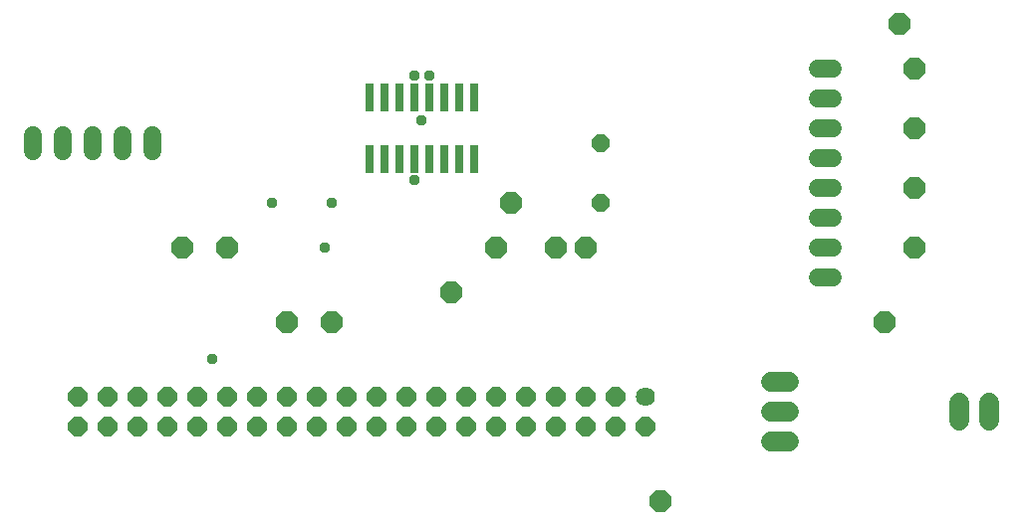
<source format=gbr>
G04 EAGLE Gerber RS-274X export*
G75*
%MOMM*%
%FSLAX34Y34*%
%LPD*%
%INSoldermask Top*%
%IPPOS*%
%AMOC8*
5,1,8,0,0,1.08239X$1,22.5*%
G01*
%ADD10C,1.727200*%
%ADD11P,1.951982X8X22.500000*%
%ADD12P,1.649562X8X112.500000*%
%ADD13C,1.524000*%
%ADD14C,1.625600*%
%ADD15P,1.759533X8X202.500000*%
%ADD16R,0.803200X2.403200*%
%ADD17C,0.959600*%


D10*
X863600Y106680D02*
X863600Y121920D01*
X889000Y121920D02*
X889000Y106680D01*
D11*
X825500Y254000D03*
X330200Y190500D03*
X469900Y254000D03*
X520700Y254000D03*
X546100Y254000D03*
X609600Y38100D03*
X431800Y215900D03*
X482600Y292100D03*
X825500Y304800D03*
X825500Y355600D03*
X203200Y254000D03*
X800100Y190500D03*
X825500Y406400D03*
X812800Y444500D03*
X241300Y254000D03*
X292100Y190500D03*
D12*
X558800Y292100D03*
X558800Y342900D03*
D10*
X703580Y88900D02*
X718820Y88900D01*
X718820Y114300D02*
X703580Y114300D01*
X703580Y139700D02*
X718820Y139700D01*
D13*
X742696Y228600D02*
X755904Y228600D01*
X755904Y254000D02*
X742696Y254000D01*
X742696Y279400D02*
X755904Y279400D01*
X755904Y304800D02*
X742696Y304800D01*
X742696Y330200D02*
X755904Y330200D01*
X755904Y355600D02*
X742696Y355600D01*
X742696Y381000D02*
X755904Y381000D01*
X755904Y406400D02*
X742696Y406400D01*
D14*
X596900Y127000D03*
D15*
X596900Y101600D03*
X571500Y127000D03*
X571500Y101600D03*
X546100Y127000D03*
X546100Y101600D03*
X520700Y127000D03*
X520700Y101600D03*
X495300Y127000D03*
X495300Y101600D03*
X469900Y127000D03*
X469900Y101600D03*
X444500Y127000D03*
X444500Y101600D03*
X419100Y127000D03*
X419100Y101600D03*
X393700Y127000D03*
X393700Y101600D03*
X368300Y127000D03*
X368300Y101600D03*
X342900Y127000D03*
X342900Y101600D03*
X317500Y127000D03*
X317500Y101600D03*
X292100Y127000D03*
X292100Y101600D03*
X266700Y127000D03*
X266700Y101600D03*
X241300Y127000D03*
X241300Y101600D03*
X215900Y127000D03*
X215900Y101600D03*
X190500Y127000D03*
X190500Y101600D03*
X165100Y127000D03*
X165100Y101600D03*
X139700Y127000D03*
X139700Y101600D03*
X114300Y127000D03*
X114300Y101600D03*
D16*
X374650Y329600D03*
X400050Y381600D03*
X361950Y329600D03*
X387350Y329600D03*
X400050Y329600D03*
X387350Y381600D03*
X412750Y381600D03*
X425450Y381600D03*
X425450Y329600D03*
X450850Y381600D03*
X412750Y329600D03*
X438150Y329600D03*
X438150Y381600D03*
X450850Y329600D03*
X374650Y381600D03*
X361950Y381600D03*
D13*
X76200Y349504D02*
X76200Y336296D01*
X101600Y336296D02*
X101600Y349504D01*
X127000Y349504D02*
X127000Y336296D01*
X152400Y336296D02*
X152400Y349504D01*
X177800Y349504D02*
X177800Y336296D01*
D17*
X400050Y400050D03*
X412750Y400050D03*
X406400Y361950D03*
X323850Y254000D03*
X228600Y158750D03*
X279400Y292100D03*
X330200Y292100D03*
X400050Y311150D03*
M02*

</source>
